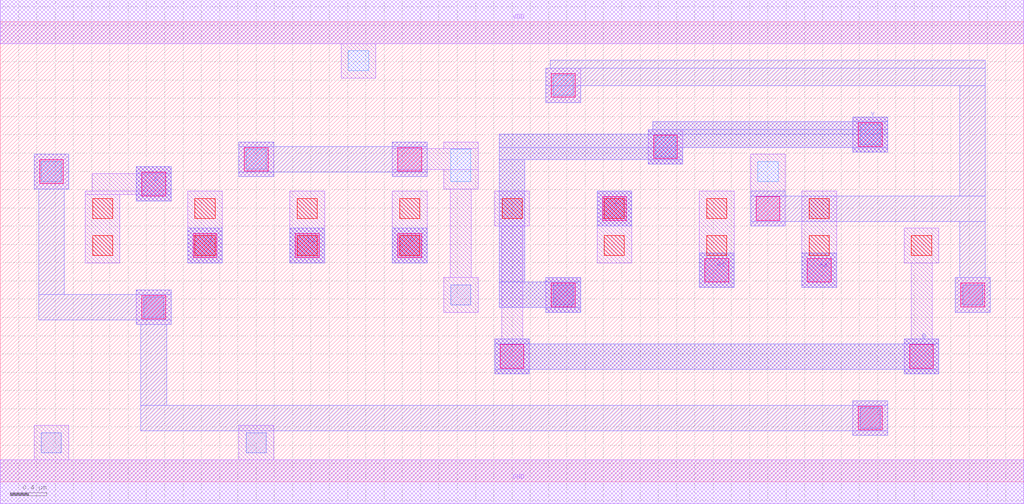
<source format=lef>
MACRO AOOAAOI3122
 CLASS CORE ;
 FOREIGN AOOAAOI3122 0 0 ;
 SIZE 11.200000000000001 BY 5.04 ;
 ORIGIN 0 0 ;
 SYMMETRY X Y R90 ;
 SITE unit ;
  PIN VDD
   DIRECTION INOUT ;
   USE POWER ;
   SHAPE ABUTMENT ;
    PORT
     CLASS CORE ;
       LAYER met1 ;
        RECT 0.00000000 4.80000000 11.20000000 5.28000000 ;
    END
  END VDD

  PIN GND
   DIRECTION INOUT ;
   USE POWER ;
   SHAPE ABUTMENT ;
    PORT
     CLASS CORE ;
       LAYER met1 ;
        RECT 0.00000000 -0.24000000 11.20000000 0.24000000 ;
    END
  END GND

  PIN Y
   DIRECTION INOUT ;
   USE SIGNAL ;
   SHAPE ABUTMENT ;
    PORT
     CLASS CORE ;
       LAYER met2 ;
        RECT 5.97000000 1.85700000 6.35000000 1.90700000 ;
        RECT 5.46000000 1.90700000 6.35000000 2.18700000 ;
        RECT 5.97000000 2.18700000 6.35000000 2.23700000 ;
        RECT 5.46000000 2.18700000 5.74000000 3.52700000 ;
        RECT 7.09000000 3.47700000 7.47000000 3.52700000 ;
        RECT 5.46000000 3.52700000 7.47000000 3.66200000 ;
        RECT 9.33000000 3.61200000 9.71000000 3.66200000 ;
        RECT 5.46000000 3.66200000 9.71000000 3.80700000 ;
        RECT 7.09000000 3.80700000 9.71000000 3.85700000 ;
        RECT 7.14000000 3.85700000 9.71000000 3.94200000 ;
        RECT 9.33000000 3.94200000 9.71000000 3.99200000 ;
    END
  END Y

  PIN D1
   DIRECTION INOUT ;
   USE SIGNAL ;
   SHAPE ABUTMENT ;
    PORT
     CLASS CORE ;
       LAYER met2 ;
        RECT 3.17000000 2.39700000 3.55000000 2.77700000 ;
    END
  END D1

  PIN D
   DIRECTION INOUT ;
   USE SIGNAL ;
   SHAPE ABUTMENT ;
    PORT
     CLASS CORE ;
       LAYER met2 ;
        RECT 4.29000000 2.39700000 4.67000000 2.77700000 ;
    END
  END D

  PIN A
   DIRECTION INOUT ;
   USE SIGNAL ;
   SHAPE ABUTMENT ;
    PORT
     CLASS CORE ;
       LAYER met2 ;
        RECT 6.53000000 2.80200000 6.91000000 3.18200000 ;
    END
  END A

  PIN A1
   DIRECTION INOUT ;
   USE SIGNAL ;
   SHAPE ABUTMENT ;
    PORT
     CLASS CORE ;
       LAYER met2 ;
        RECT 7.65000000 2.12700000 8.03000000 2.50700000 ;
    END
  END A1

  PIN C
   DIRECTION INOUT ;
   USE SIGNAL ;
   SHAPE ABUTMENT ;
    PORT
     CLASS CORE ;
       LAYER met2 ;
        RECT 1.49000000 3.07200000 1.87000000 3.45200000 ;
    END
  END C

  PIN C1
   DIRECTION INOUT ;
   USE SIGNAL ;
   SHAPE ABUTMENT ;
    PORT
     CLASS CORE ;
       LAYER met2 ;
        RECT 2.05000000 2.39700000 2.43000000 2.77700000 ;
    END
  END C1

  PIN B
   DIRECTION INOUT ;
   USE SIGNAL ;
   SHAPE ABUTMENT ;
    PORT
     CLASS CORE ;
       LAYER met2 ;
        RECT 5.41000000 1.18200000 5.79000000 1.23200000 ;
        RECT 9.89000000 1.18200000 10.27000000 1.23200000 ;
        RECT 5.41000000 1.23200000 10.27000000 1.51200000 ;
        RECT 5.41000000 1.51200000 5.79000000 1.56200000 ;
        RECT 9.89000000 1.51200000 10.27000000 1.56200000 ;
    END
  END B

  PIN A2
   DIRECTION INOUT ;
   USE SIGNAL ;
   SHAPE ABUTMENT ;
    PORT
     CLASS CORE ;
       LAYER met2 ;
        RECT 8.77000000 2.12700000 9.15000000 2.50700000 ;
    END
  END A2

 OBS
    LAYER polycont ;
     RECT 1.01000000 2.47700000 1.23000000 2.69700000 ;
     RECT 2.13000000 2.47700000 2.35000000 2.69700000 ;
     RECT 3.25000000 2.47700000 3.47000000 2.69700000 ;
     RECT 4.37000000 2.47700000 4.59000000 2.69700000 ;
     RECT 6.61000000 2.47700000 6.83000000 2.69700000 ;
     RECT 7.73000000 2.47700000 7.95000000 2.69700000 ;
     RECT 8.85000000 2.47700000 9.07000000 2.69700000 ;
     RECT 9.97000000 2.47700000 10.19000000 2.69700000 ;
     RECT 1.01000000 2.88200000 1.23000000 3.10200000 ;
     RECT 2.13000000 2.88200000 2.35000000 3.10200000 ;
     RECT 3.25000000 2.88200000 3.47000000 3.10200000 ;
     RECT 4.37000000 2.88200000 4.59000000 3.10200000 ;
     RECT 5.49000000 2.88200000 5.71000000 3.10200000 ;
     RECT 6.61000000 2.88200000 6.83000000 3.10200000 ;
     RECT 7.73000000 2.88200000 7.95000000 3.10200000 ;
     RECT 8.85000000 2.88200000 9.07000000 3.10200000 ;

    LAYER pdiffc ;
     RECT 0.45000000 3.28700000 0.67000000 3.50700000 ;
     RECT 8.29000000 3.28700000 8.51000000 3.50700000 ;
     RECT 2.69000000 3.42200000 2.91000000 3.64200000 ;
     RECT 4.93000000 3.28700000 5.15000000 3.64200000 ;
     RECT 7.17000000 3.55700000 7.39000000 3.77700000 ;
     RECT 9.41000000 3.69200000 9.63000000 3.91200000 ;
     RECT 6.05000000 4.23200000 6.27000000 4.45200000 ;
     RECT 3.81000000 4.50200000 4.03000000 4.72200000 ;

    LAYER ndiffc ;
     RECT 0.45000000 0.31700000 0.67000000 0.53700000 ;
     RECT 2.69000000 0.31700000 2.91000000 0.53700000 ;
     RECT 9.41000000 0.58700000 9.63000000 0.80700000 ;
     RECT 1.57000000 1.80200000 1.79000000 2.02200000 ;
     RECT 4.93000000 1.93700000 5.15000000 2.15700000 ;
     RECT 6.05000000 1.93700000 6.27000000 2.15700000 ;
     RECT 10.53000000 1.93700000 10.75000000 2.15700000 ;

    LAYER met1 ;
     RECT 0.00000000 -0.24000000 11.20000000 0.24000000 ;
     RECT 0.37000000 0.24000000 0.75000000 0.61700000 ;
     RECT 2.61000000 0.24000000 2.99000000 0.61700000 ;
     RECT 9.33000000 0.50700000 9.71000000 0.88700000 ;
     RECT 1.49000000 1.72200000 1.87000000 2.10200000 ;
     RECT 5.97000000 1.85700000 6.35000000 2.23700000 ;
     RECT 10.45000000 1.85700000 10.83000000 2.23700000 ;
     RECT 9.89000000 1.18200000 10.27000000 1.56200000 ;
     RECT 9.96500000 1.56200000 10.19500000 2.39700000 ;
     RECT 9.89000000 2.39700000 10.27000000 2.77700000 ;
     RECT 2.05000000 2.39700000 2.43000000 3.18200000 ;
     RECT 3.17000000 2.39700000 3.55000000 3.18200000 ;
     RECT 4.29000000 2.39700000 4.67000000 3.18200000 ;
     RECT 5.41000000 1.18200000 5.79000000 1.56200000 ;
     RECT 5.48500000 1.56200000 5.71500000 2.80200000 ;
     RECT 5.41000000 2.80200000 5.79000000 3.18200000 ;
     RECT 6.53000000 2.39700000 6.91000000 3.18200000 ;
     RECT 7.65000000 2.12700000 8.03000000 3.18200000 ;
     RECT 8.77000000 2.12700000 9.15000000 3.18200000 ;
     RECT 0.93000000 2.39700000 1.31000000 3.14700000 ;
     RECT 1.49000000 3.07200000 1.87000000 3.14700000 ;
     RECT 0.93000000 3.14700000 1.87000000 3.18200000 ;
     RECT 1.00500000 3.18200000 1.87000000 3.37700000 ;
     RECT 1.49000000 3.37700000 1.87000000 3.45200000 ;
     RECT 0.37000000 3.20700000 0.75000000 3.58700000 ;
     RECT 8.21000000 2.80200000 8.59000000 3.58700000 ;
     RECT 2.61000000 3.34200000 2.99000000 3.72200000 ;
     RECT 4.85000000 1.85700000 5.23000000 2.23700000 ;
     RECT 4.92500000 2.23700000 5.15500000 3.20700000 ;
     RECT 4.29000000 3.34200000 4.67000000 3.41700000 ;
     RECT 4.85000000 3.20700000 5.23000000 3.41700000 ;
     RECT 4.29000000 3.41700000 5.23000000 3.64700000 ;
     RECT 4.29000000 3.64700000 4.67000000 3.72200000 ;
     RECT 4.85000000 3.64700000 5.23000000 3.72200000 ;
     RECT 7.09000000 3.47700000 7.47000000 3.85700000 ;
     RECT 9.33000000 3.61200000 9.71000000 3.99200000 ;
     RECT 5.97000000 4.15200000 6.35000000 4.53200000 ;
     RECT 3.73000000 4.42200000 4.11000000 4.80000000 ;
     RECT 0.00000000 4.80000000 11.20000000 5.28000000 ;

    LAYER via1 ;
     RECT 9.39000000 0.56700000 9.65000000 0.82700000 ;
     RECT 5.47000000 1.24200000 5.73000000 1.50200000 ;
     RECT 9.95000000 1.24200000 10.21000000 1.50200000 ;
     RECT 1.55000000 1.78200000 1.81000000 2.04200000 ;
     RECT 6.03000000 1.91700000 6.29000000 2.17700000 ;
     RECT 10.51000000 1.91700000 10.77000000 2.17700000 ;
     RECT 7.71000000 2.18700000 7.97000000 2.44700000 ;
     RECT 8.83000000 2.18700000 9.09000000 2.44700000 ;
     RECT 2.11000000 2.45700000 2.37000000 2.71700000 ;
     RECT 3.23000000 2.45700000 3.49000000 2.71700000 ;
     RECT 4.35000000 2.45700000 4.61000000 2.71700000 ;
     RECT 6.59000000 2.86200000 6.85000000 3.12200000 ;
     RECT 8.27000000 2.86200000 8.53000000 3.12200000 ;
     RECT 1.55000000 3.13200000 1.81000000 3.39200000 ;
     RECT 0.43000000 3.26700000 0.69000000 3.52700000 ;
     RECT 2.67000000 3.40200000 2.93000000 3.66200000 ;
     RECT 4.35000000 3.40200000 4.61000000 3.66200000 ;
     RECT 7.15000000 3.53700000 7.41000000 3.79700000 ;
     RECT 9.39000000 3.67200000 9.65000000 3.93200000 ;
     RECT 6.03000000 4.21200000 6.29000000 4.47200000 ;

    LAYER met2 ;
     RECT 5.41000000 1.18200000 5.79000000 1.23200000 ;
     RECT 9.89000000 1.18200000 10.27000000 1.23200000 ;
     RECT 5.41000000 1.23200000 10.27000000 1.51200000 ;
     RECT 5.41000000 1.51200000 5.79000000 1.56200000 ;
     RECT 9.89000000 1.51200000 10.27000000 1.56200000 ;
     RECT 7.65000000 2.12700000 8.03000000 2.50700000 ;
     RECT 8.77000000 2.12700000 9.15000000 2.50700000 ;
     RECT 2.05000000 2.39700000 2.43000000 2.77700000 ;
     RECT 3.17000000 2.39700000 3.55000000 2.77700000 ;
     RECT 4.29000000 2.39700000 4.67000000 2.77700000 ;
     RECT 6.53000000 2.80200000 6.91000000 3.18200000 ;
     RECT 1.49000000 3.07200000 1.87000000 3.45200000 ;
     RECT 9.33000000 0.50700000 9.71000000 0.55700000 ;
     RECT 1.54000000 0.55700000 9.71000000 0.83700000 ;
     RECT 9.33000000 0.83700000 9.71000000 0.88700000 ;
     RECT 1.54000000 0.83700000 1.82000000 1.72200000 ;
     RECT 1.49000000 1.72200000 1.87000000 1.77200000 ;
     RECT 0.42000000 1.77200000 1.87000000 2.05200000 ;
     RECT 1.49000000 2.05200000 1.87000000 2.10200000 ;
     RECT 0.42000000 2.05200000 0.70000000 3.20700000 ;
     RECT 0.37000000 3.20700000 0.75000000 3.58700000 ;
     RECT 2.61000000 3.34200000 2.99000000 3.39200000 ;
     RECT 4.29000000 3.34200000 4.67000000 3.39200000 ;
     RECT 2.61000000 3.39200000 4.67000000 3.67200000 ;
     RECT 2.61000000 3.67200000 2.99000000 3.72200000 ;
     RECT 4.29000000 3.67200000 4.67000000 3.72200000 ;
     RECT 5.97000000 1.85700000 6.35000000 1.90700000 ;
     RECT 5.46000000 1.90700000 6.35000000 2.18700000 ;
     RECT 5.97000000 2.18700000 6.35000000 2.23700000 ;
     RECT 5.46000000 2.18700000 5.74000000 3.52700000 ;
     RECT 7.09000000 3.47700000 7.47000000 3.52700000 ;
     RECT 5.46000000 3.52700000 7.47000000 3.66200000 ;
     RECT 9.33000000 3.61200000 9.71000000 3.66200000 ;
     RECT 5.46000000 3.66200000 9.71000000 3.80700000 ;
     RECT 7.09000000 3.80700000 9.71000000 3.85700000 ;
     RECT 7.14000000 3.85700000 9.71000000 3.94200000 ;
     RECT 9.33000000 3.94200000 9.71000000 3.99200000 ;
     RECT 10.45000000 1.85700000 10.83000000 2.23700000 ;
     RECT 8.21000000 2.80200000 8.59000000 2.85200000 ;
     RECT 10.50000000 2.23700000 10.78000000 2.85200000 ;
     RECT 8.21000000 2.85200000 10.78000000 3.13200000 ;
     RECT 8.21000000 3.13200000 8.59000000 3.18200000 ;
     RECT 5.97000000 4.15200000 6.35000000 4.33700000 ;
     RECT 10.50000000 3.13200000 10.78000000 4.33700000 ;
     RECT 5.97000000 4.33700000 10.78000000 4.53200000 ;
     RECT 6.02000000 4.53200000 10.78000000 4.61700000 ;

 END
END AOOAAOI3122

</source>
